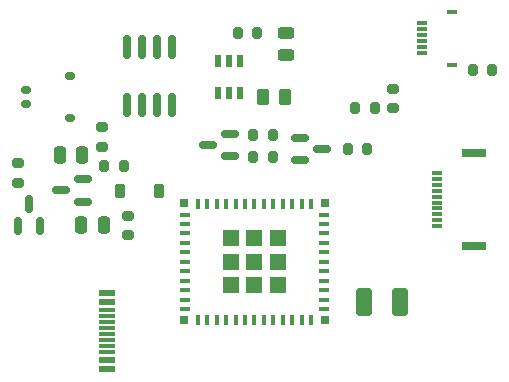
<source format=gtp>
G04 #@! TF.GenerationSoftware,KiCad,Pcbnew,7.0.1-3b83917a11~172~ubuntu22.04.1*
G04 #@! TF.CreationDate,2023-04-23T17:42:43+02:00*
G04 #@! TF.ProjectId,sharp-lcd-128x128,73686172-702d-46c6-9364-2d3132387831,rev?*
G04 #@! TF.SameCoordinates,Original*
G04 #@! TF.FileFunction,Paste,Top*
G04 #@! TF.FilePolarity,Positive*
%FSLAX46Y46*%
G04 Gerber Fmt 4.6, Leading zero omitted, Abs format (unit mm)*
G04 Created by KiCad (PCBNEW 7.0.1-3b83917a11~172~ubuntu22.04.1) date 2023-04-23 17:42:43*
%MOMM*%
%LPD*%
G01*
G04 APERTURE LIST*
G04 Aperture macros list*
%AMRoundRect*
0 Rectangle with rounded corners*
0 $1 Rounding radius*
0 $2 $3 $4 $5 $6 $7 $8 $9 X,Y pos of 4 corners*
0 Add a 4 corners polygon primitive as box body*
4,1,4,$2,$3,$4,$5,$6,$7,$8,$9,$2,$3,0*
0 Add four circle primitives for the rounded corners*
1,1,$1+$1,$2,$3*
1,1,$1+$1,$4,$5*
1,1,$1+$1,$6,$7*
1,1,$1+$1,$8,$9*
0 Add four rect primitives between the rounded corners*
20,1,$1+$1,$2,$3,$4,$5,0*
20,1,$1+$1,$4,$5,$6,$7,0*
20,1,$1+$1,$6,$7,$8,$9,0*
20,1,$1+$1,$8,$9,$2,$3,0*%
G04 Aperture macros list end*
%ADD10RoundRect,0.200000X-0.200000X-0.275000X0.200000X-0.275000X0.200000X0.275000X-0.200000X0.275000X0*%
%ADD11R,0.812800X0.406400*%
%ADD12R,0.406400X0.812800*%
%ADD13R,1.447800X1.447800*%
%ADD14R,0.711200X0.711200*%
%ADD15RoundRect,0.150000X-0.587500X-0.150000X0.587500X-0.150000X0.587500X0.150000X-0.587500X0.150000X0*%
%ADD16RoundRect,0.200000X-0.275000X0.200000X-0.275000X-0.200000X0.275000X-0.200000X0.275000X0.200000X0*%
%ADD17RoundRect,0.250000X-0.250000X-0.475000X0.250000X-0.475000X0.250000X0.475000X-0.250000X0.475000X0*%
%ADD18RoundRect,0.150000X0.587500X0.150000X-0.587500X0.150000X-0.587500X-0.150000X0.587500X-0.150000X0*%
%ADD19RoundRect,0.243750X-0.456250X0.243750X-0.456250X-0.243750X0.456250X-0.243750X0.456250X0.243750X0*%
%ADD20RoundRect,0.150000X-0.150000X0.825000X-0.150000X-0.825000X0.150000X-0.825000X0.150000X0.825000X0*%
%ADD21R,0.558800X0.990600*%
%ADD22RoundRect,0.200000X0.200000X0.275000X-0.200000X0.275000X-0.200000X-0.275000X0.200000X-0.275000X0*%
%ADD23RoundRect,0.150000X0.150000X-0.587500X0.150000X0.587500X-0.150000X0.587500X-0.150000X-0.587500X0*%
%ADD24R,1.450000X0.600000*%
%ADD25R,1.450000X0.300000*%
%ADD26RoundRect,0.225000X-0.225000X-0.375000X0.225000X-0.375000X0.225000X0.375000X-0.225000X0.375000X0*%
%ADD27RoundRect,0.250000X-0.412500X-0.925000X0.412500X-0.925000X0.412500X0.925000X-0.412500X0.925000X0*%
%ADD28R,0.812800X0.304800*%
%ADD29R,0.850000X0.300000*%
%ADD30R,2.000000X0.800000*%
%ADD31RoundRect,0.250000X0.262500X0.450000X-0.262500X0.450000X-0.262500X-0.450000X0.262500X-0.450000X0*%
%ADD32RoundRect,0.150000X0.275000X-0.150000X0.275000X0.150000X-0.275000X0.150000X-0.275000X-0.150000X0*%
%ADD33RoundRect,0.175000X0.225000X-0.175000X0.225000X0.175000X-0.225000X0.175000X-0.225000X-0.175000X0*%
%ADD34RoundRect,0.200000X0.275000X-0.200000X0.275000X0.200000X-0.275000X0.200000X-0.275000X-0.200000X0*%
G04 APERTURE END LIST*
D10*
X80645000Y-43180000D03*
X82295000Y-43180000D03*
D11*
X99259998Y-55264900D03*
X99259998Y-54464899D03*
X99259998Y-53664900D03*
X99259998Y-52864899D03*
X99259998Y-52064901D03*
X99259998Y-51264900D03*
X99259998Y-50464899D03*
X99259998Y-49664901D03*
X99259998Y-48864900D03*
X99259998Y-48064901D03*
X99259998Y-47264900D03*
D12*
X98160001Y-46364900D03*
X97360000Y-46364900D03*
X96559999Y-46364900D03*
X95760000Y-46364900D03*
X94959999Y-46364900D03*
X94160001Y-46364900D03*
X93360000Y-46364900D03*
X92559999Y-46364900D03*
X91760001Y-46364900D03*
X90960000Y-46364900D03*
X90160001Y-46364900D03*
X89360000Y-46364900D03*
X88560002Y-46364900D03*
D11*
X87460002Y-47264900D03*
X87460002Y-48064901D03*
X87460002Y-48864900D03*
X87460002Y-49664901D03*
X87460002Y-50464899D03*
X87460002Y-51264900D03*
X87460002Y-52064901D03*
X87460002Y-52864899D03*
X87460002Y-53664900D03*
X87460002Y-54464899D03*
X87460002Y-55264900D03*
D12*
X88559999Y-56164900D03*
X89360000Y-56164900D03*
X90160001Y-56164900D03*
X90960000Y-56164900D03*
X91760001Y-56164900D03*
X92559999Y-56164900D03*
X93360000Y-56164900D03*
X94160001Y-56164900D03*
X94959999Y-56164900D03*
X95760000Y-56164900D03*
X96559999Y-56164900D03*
X97360000Y-56164900D03*
X98159998Y-56164900D03*
D13*
X93360000Y-51264900D03*
D14*
X87410000Y-56214900D03*
X87410000Y-46314900D03*
X99310000Y-46314900D03*
X99310000Y-56214900D03*
D13*
X91385000Y-53239900D03*
X91385000Y-51264900D03*
X91385000Y-49289900D03*
X93360000Y-49289900D03*
X95335000Y-49289900D03*
X95335000Y-51264900D03*
X95335000Y-53239900D03*
X93360000Y-53239900D03*
D15*
X97230000Y-40780000D03*
X97230000Y-42680000D03*
X99105000Y-41730000D03*
D16*
X73320000Y-42905000D03*
X73320000Y-44555000D03*
D17*
X78690000Y-48170000D03*
X80590000Y-48170000D03*
D10*
X111830000Y-35050000D03*
X113480000Y-35050000D03*
D18*
X78860000Y-46170000D03*
X78860000Y-44270000D03*
X76985000Y-45220000D03*
D19*
X96040000Y-31865000D03*
X96040000Y-33740000D03*
D20*
X86395000Y-33075000D03*
X85125000Y-33075000D03*
X83855000Y-33075000D03*
X82585000Y-33075000D03*
X82585000Y-38025000D03*
X83855000Y-38025000D03*
X85125000Y-38025000D03*
X86395000Y-38025000D03*
D21*
X92150001Y-34262200D03*
X91200000Y-34262200D03*
X90249999Y-34262200D03*
X90249999Y-36980000D03*
X91200000Y-36980000D03*
X92150001Y-36980000D03*
D16*
X82650000Y-47350000D03*
X82650000Y-49000000D03*
D22*
X94925000Y-42400000D03*
X93275000Y-42400000D03*
D23*
X73330000Y-48260000D03*
X75230000Y-48260000D03*
X74280000Y-46385000D03*
D24*
X80845000Y-53875000D03*
X80845000Y-54675000D03*
D25*
X80845000Y-55875000D03*
X80845000Y-56875000D03*
X80845000Y-57375000D03*
X80845000Y-58375000D03*
D24*
X80845000Y-59575000D03*
X80845000Y-60375000D03*
X80845000Y-60375000D03*
X80845000Y-59575000D03*
D25*
X80845000Y-58875000D03*
X80845000Y-57875000D03*
X80845000Y-56375000D03*
X80845000Y-55375000D03*
D24*
X80845000Y-54675000D03*
X80845000Y-53875000D03*
D26*
X81960000Y-45260000D03*
X85260000Y-45260000D03*
D22*
X102925000Y-41680000D03*
X101275000Y-41680000D03*
D17*
X76880000Y-42250000D03*
X78780000Y-42250000D03*
D22*
X94925000Y-40560000D03*
X93275000Y-40560000D03*
D27*
X102615000Y-54690000D03*
X105690000Y-54690000D03*
D16*
X105100000Y-36625000D03*
X105100000Y-38275000D03*
D28*
X107580000Y-31080000D03*
X107580000Y-31579999D03*
X107580000Y-32080001D03*
X107580000Y-32580000D03*
X107580000Y-33080001D03*
X107580000Y-33580000D03*
D11*
X110093122Y-34580001D03*
X110093122Y-30079999D03*
D10*
X101915000Y-38220000D03*
X103565000Y-38220000D03*
D29*
X108815000Y-48250000D03*
X108815000Y-47750000D03*
X108815000Y-47250000D03*
X108815000Y-46750000D03*
X108815000Y-46250000D03*
X108815000Y-45750000D03*
X108815000Y-45250000D03*
X108815000Y-44750000D03*
X108815000Y-44250000D03*
X108815000Y-43750000D03*
D30*
X111990000Y-49950000D03*
X111990000Y-42050000D03*
D31*
X95912500Y-37330000D03*
X94087500Y-37330000D03*
D22*
X93605000Y-31910000D03*
X91955000Y-31910000D03*
D32*
X74010000Y-37920000D03*
X74010000Y-36720000D03*
D33*
X77785000Y-39070000D03*
X77785000Y-35570000D03*
D18*
X91280000Y-42340000D03*
X91280000Y-40440000D03*
X89405000Y-41390000D03*
D34*
X80460000Y-41540000D03*
X80460000Y-39890000D03*
M02*

</source>
